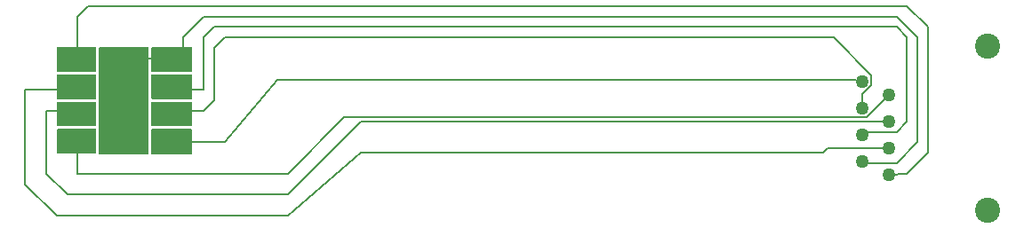
<source format=gbr>
G04 EAGLE Gerber RS-274X export*
G75*
%MOMM*%
%FSLAX34Y34*%
%LPD*%
%INTop Copper*%
%IPPOS*%
%AMOC8*
5,1,8,0,0,1.08239X$1,22.5*%
G01*
%ADD10C,1.258000*%
%ADD11C,2.400000*%
%ADD12C,0.152400*%

G36*
X177020Y248242D02*
X177020Y248242D01*
X177039Y248240D01*
X177141Y248262D01*
X177243Y248279D01*
X177260Y248288D01*
X177280Y248292D01*
X177369Y248345D01*
X177460Y248394D01*
X177474Y248408D01*
X177491Y248418D01*
X177558Y248497D01*
X177630Y248572D01*
X177638Y248590D01*
X177651Y248605D01*
X177690Y248701D01*
X177733Y248795D01*
X177735Y248815D01*
X177743Y248833D01*
X177761Y249000D01*
X177761Y350000D01*
X177758Y350020D01*
X177760Y350039D01*
X177738Y350141D01*
X177722Y350243D01*
X177712Y350260D01*
X177708Y350280D01*
X177655Y350369D01*
X177606Y350460D01*
X177592Y350474D01*
X177582Y350491D01*
X177503Y350558D01*
X177428Y350630D01*
X177410Y350638D01*
X177395Y350651D01*
X177299Y350690D01*
X177205Y350733D01*
X177185Y350735D01*
X177167Y350743D01*
X177000Y350761D01*
X131000Y350761D01*
X130980Y350758D01*
X130961Y350760D01*
X130859Y350738D01*
X130757Y350722D01*
X130740Y350712D01*
X130720Y350708D01*
X130631Y350655D01*
X130540Y350606D01*
X130526Y350592D01*
X130509Y350582D01*
X130442Y350503D01*
X130371Y350428D01*
X130362Y350410D01*
X130349Y350395D01*
X130310Y350299D01*
X130267Y350205D01*
X130265Y350185D01*
X130257Y350167D01*
X130239Y350000D01*
X130239Y249000D01*
X130242Y248980D01*
X130240Y248961D01*
X130262Y248859D01*
X130279Y248757D01*
X130288Y248740D01*
X130292Y248720D01*
X130345Y248631D01*
X130394Y248540D01*
X130408Y248526D01*
X130418Y248509D01*
X130497Y248442D01*
X130572Y248371D01*
X130590Y248362D01*
X130605Y248349D01*
X130701Y248310D01*
X130795Y248267D01*
X130815Y248265D01*
X130833Y248257D01*
X131000Y248239D01*
X177000Y248239D01*
X177020Y248242D01*
G37*
G36*
X218020Y248242D02*
X218020Y248242D01*
X218039Y248240D01*
X218141Y248262D01*
X218243Y248279D01*
X218260Y248288D01*
X218280Y248292D01*
X218369Y248345D01*
X218460Y248394D01*
X218474Y248408D01*
X218491Y248418D01*
X218558Y248497D01*
X218630Y248572D01*
X218638Y248590D01*
X218651Y248605D01*
X218690Y248701D01*
X218733Y248795D01*
X218735Y248815D01*
X218743Y248833D01*
X218761Y249000D01*
X218761Y272000D01*
X218758Y272020D01*
X218760Y272039D01*
X218738Y272141D01*
X218722Y272243D01*
X218712Y272260D01*
X218708Y272280D01*
X218655Y272369D01*
X218606Y272460D01*
X218592Y272474D01*
X218582Y272491D01*
X218503Y272558D01*
X218428Y272630D01*
X218410Y272638D01*
X218395Y272651D01*
X218299Y272690D01*
X218205Y272733D01*
X218185Y272735D01*
X218167Y272743D01*
X218000Y272761D01*
X181000Y272761D01*
X180980Y272758D01*
X180961Y272760D01*
X180859Y272738D01*
X180757Y272722D01*
X180740Y272712D01*
X180720Y272708D01*
X180631Y272655D01*
X180540Y272606D01*
X180526Y272592D01*
X180509Y272582D01*
X180442Y272503D01*
X180371Y272428D01*
X180362Y272410D01*
X180349Y272395D01*
X180310Y272299D01*
X180267Y272205D01*
X180265Y272185D01*
X180257Y272167D01*
X180239Y272000D01*
X180239Y249000D01*
X180242Y248980D01*
X180240Y248961D01*
X180262Y248859D01*
X180279Y248757D01*
X180288Y248740D01*
X180292Y248720D01*
X180345Y248631D01*
X180394Y248540D01*
X180408Y248526D01*
X180418Y248509D01*
X180497Y248442D01*
X180572Y248371D01*
X180590Y248362D01*
X180605Y248349D01*
X180701Y248310D01*
X180795Y248267D01*
X180815Y248265D01*
X180833Y248257D01*
X181000Y248239D01*
X218000Y248239D01*
X218020Y248242D01*
G37*
G36*
X218020Y327242D02*
X218020Y327242D01*
X218039Y327240D01*
X218141Y327262D01*
X218243Y327279D01*
X218260Y327288D01*
X218280Y327292D01*
X218369Y327345D01*
X218460Y327394D01*
X218474Y327408D01*
X218491Y327418D01*
X218558Y327497D01*
X218630Y327572D01*
X218638Y327590D01*
X218651Y327605D01*
X218690Y327701D01*
X218733Y327795D01*
X218735Y327815D01*
X218743Y327833D01*
X218761Y328000D01*
X218761Y350000D01*
X218758Y350020D01*
X218760Y350039D01*
X218738Y350141D01*
X218722Y350243D01*
X218712Y350260D01*
X218708Y350280D01*
X218655Y350369D01*
X218606Y350460D01*
X218592Y350474D01*
X218582Y350491D01*
X218503Y350558D01*
X218428Y350630D01*
X218410Y350638D01*
X218395Y350651D01*
X218299Y350690D01*
X218205Y350733D01*
X218185Y350735D01*
X218167Y350743D01*
X218000Y350761D01*
X181000Y350761D01*
X180980Y350758D01*
X180961Y350760D01*
X180859Y350738D01*
X180757Y350722D01*
X180740Y350712D01*
X180720Y350708D01*
X180631Y350655D01*
X180540Y350606D01*
X180526Y350592D01*
X180509Y350582D01*
X180442Y350503D01*
X180371Y350428D01*
X180362Y350410D01*
X180349Y350395D01*
X180310Y350299D01*
X180267Y350205D01*
X180265Y350185D01*
X180257Y350167D01*
X180239Y350000D01*
X180239Y328000D01*
X180242Y327980D01*
X180240Y327961D01*
X180262Y327859D01*
X180279Y327757D01*
X180288Y327740D01*
X180292Y327720D01*
X180345Y327631D01*
X180394Y327540D01*
X180408Y327526D01*
X180418Y327509D01*
X180497Y327442D01*
X180572Y327371D01*
X180590Y327362D01*
X180605Y327349D01*
X180701Y327310D01*
X180795Y327267D01*
X180815Y327265D01*
X180833Y327257D01*
X181000Y327239D01*
X218000Y327239D01*
X218020Y327242D01*
G37*
G36*
X218020Y301242D02*
X218020Y301242D01*
X218039Y301240D01*
X218141Y301262D01*
X218243Y301279D01*
X218260Y301288D01*
X218280Y301292D01*
X218369Y301345D01*
X218460Y301394D01*
X218474Y301408D01*
X218491Y301418D01*
X218558Y301497D01*
X218630Y301572D01*
X218638Y301590D01*
X218651Y301605D01*
X218690Y301701D01*
X218733Y301795D01*
X218735Y301815D01*
X218743Y301833D01*
X218761Y302000D01*
X218761Y324000D01*
X218758Y324020D01*
X218760Y324039D01*
X218738Y324141D01*
X218722Y324243D01*
X218712Y324260D01*
X218708Y324280D01*
X218655Y324369D01*
X218606Y324460D01*
X218592Y324474D01*
X218582Y324491D01*
X218503Y324558D01*
X218428Y324630D01*
X218410Y324638D01*
X218395Y324651D01*
X218299Y324690D01*
X218205Y324733D01*
X218185Y324735D01*
X218167Y324743D01*
X218000Y324761D01*
X181000Y324761D01*
X180980Y324758D01*
X180961Y324760D01*
X180859Y324738D01*
X180757Y324722D01*
X180740Y324712D01*
X180720Y324708D01*
X180631Y324655D01*
X180540Y324606D01*
X180526Y324592D01*
X180509Y324582D01*
X180442Y324503D01*
X180371Y324428D01*
X180362Y324410D01*
X180349Y324395D01*
X180310Y324299D01*
X180267Y324205D01*
X180265Y324185D01*
X180257Y324167D01*
X180239Y324000D01*
X180239Y302000D01*
X180242Y301980D01*
X180240Y301961D01*
X180262Y301859D01*
X180279Y301757D01*
X180288Y301740D01*
X180292Y301720D01*
X180345Y301631D01*
X180394Y301540D01*
X180408Y301526D01*
X180418Y301509D01*
X180497Y301442D01*
X180572Y301371D01*
X180590Y301362D01*
X180605Y301349D01*
X180701Y301310D01*
X180795Y301267D01*
X180815Y301265D01*
X180833Y301257D01*
X181000Y301239D01*
X218000Y301239D01*
X218020Y301242D01*
G37*
G36*
X218020Y275242D02*
X218020Y275242D01*
X218039Y275240D01*
X218141Y275262D01*
X218243Y275279D01*
X218260Y275288D01*
X218280Y275292D01*
X218369Y275345D01*
X218460Y275394D01*
X218474Y275408D01*
X218491Y275418D01*
X218558Y275497D01*
X218630Y275572D01*
X218638Y275590D01*
X218651Y275605D01*
X218690Y275701D01*
X218733Y275795D01*
X218735Y275815D01*
X218743Y275833D01*
X218761Y276000D01*
X218761Y298000D01*
X218758Y298020D01*
X218760Y298039D01*
X218738Y298141D01*
X218722Y298243D01*
X218712Y298260D01*
X218708Y298280D01*
X218655Y298369D01*
X218606Y298460D01*
X218592Y298474D01*
X218582Y298491D01*
X218503Y298558D01*
X218428Y298630D01*
X218410Y298638D01*
X218395Y298651D01*
X218299Y298690D01*
X218205Y298733D01*
X218185Y298735D01*
X218167Y298743D01*
X218000Y298761D01*
X181000Y298761D01*
X180980Y298758D01*
X180961Y298760D01*
X180859Y298738D01*
X180757Y298722D01*
X180740Y298712D01*
X180720Y298708D01*
X180631Y298655D01*
X180540Y298606D01*
X180526Y298592D01*
X180509Y298582D01*
X180442Y298503D01*
X180371Y298428D01*
X180362Y298410D01*
X180349Y298395D01*
X180310Y298299D01*
X180267Y298205D01*
X180265Y298185D01*
X180257Y298167D01*
X180239Y298000D01*
X180239Y276000D01*
X180242Y275980D01*
X180240Y275961D01*
X180262Y275859D01*
X180279Y275757D01*
X180288Y275740D01*
X180292Y275720D01*
X180345Y275631D01*
X180394Y275540D01*
X180408Y275526D01*
X180418Y275509D01*
X180497Y275442D01*
X180572Y275371D01*
X180590Y275362D01*
X180605Y275349D01*
X180701Y275310D01*
X180795Y275267D01*
X180815Y275265D01*
X180833Y275257D01*
X181000Y275239D01*
X218000Y275239D01*
X218020Y275242D01*
G37*
G36*
X127020Y327242D02*
X127020Y327242D01*
X127039Y327240D01*
X127141Y327262D01*
X127243Y327279D01*
X127260Y327288D01*
X127280Y327292D01*
X127369Y327345D01*
X127460Y327394D01*
X127474Y327408D01*
X127491Y327418D01*
X127558Y327497D01*
X127630Y327572D01*
X127638Y327590D01*
X127651Y327605D01*
X127690Y327701D01*
X127733Y327795D01*
X127735Y327815D01*
X127743Y327833D01*
X127761Y328000D01*
X127761Y350000D01*
X127758Y350020D01*
X127760Y350039D01*
X127738Y350141D01*
X127722Y350243D01*
X127712Y350260D01*
X127708Y350280D01*
X127655Y350369D01*
X127606Y350460D01*
X127592Y350474D01*
X127582Y350491D01*
X127503Y350558D01*
X127428Y350630D01*
X127410Y350638D01*
X127395Y350651D01*
X127299Y350690D01*
X127205Y350733D01*
X127185Y350735D01*
X127167Y350743D01*
X127000Y350761D01*
X91000Y350761D01*
X90980Y350758D01*
X90961Y350760D01*
X90859Y350738D01*
X90757Y350722D01*
X90740Y350712D01*
X90720Y350708D01*
X90631Y350655D01*
X90540Y350606D01*
X90526Y350592D01*
X90509Y350582D01*
X90442Y350503D01*
X90371Y350428D01*
X90362Y350410D01*
X90349Y350395D01*
X90310Y350299D01*
X90267Y350205D01*
X90265Y350185D01*
X90257Y350167D01*
X90239Y350000D01*
X90239Y328000D01*
X90242Y327980D01*
X90240Y327961D01*
X90262Y327859D01*
X90279Y327757D01*
X90288Y327740D01*
X90292Y327720D01*
X90345Y327631D01*
X90394Y327540D01*
X90408Y327526D01*
X90418Y327509D01*
X90497Y327442D01*
X90572Y327371D01*
X90590Y327362D01*
X90605Y327349D01*
X90701Y327310D01*
X90795Y327267D01*
X90815Y327265D01*
X90833Y327257D01*
X91000Y327239D01*
X127000Y327239D01*
X127020Y327242D01*
G37*
G36*
X127020Y301242D02*
X127020Y301242D01*
X127039Y301240D01*
X127141Y301262D01*
X127243Y301279D01*
X127260Y301288D01*
X127280Y301292D01*
X127369Y301345D01*
X127460Y301394D01*
X127474Y301408D01*
X127491Y301418D01*
X127558Y301497D01*
X127630Y301572D01*
X127638Y301590D01*
X127651Y301605D01*
X127690Y301701D01*
X127733Y301795D01*
X127735Y301815D01*
X127743Y301833D01*
X127761Y302000D01*
X127761Y324000D01*
X127758Y324020D01*
X127760Y324039D01*
X127738Y324141D01*
X127722Y324243D01*
X127712Y324260D01*
X127708Y324280D01*
X127655Y324369D01*
X127606Y324460D01*
X127592Y324474D01*
X127582Y324491D01*
X127503Y324558D01*
X127428Y324630D01*
X127410Y324638D01*
X127395Y324651D01*
X127299Y324690D01*
X127205Y324733D01*
X127185Y324735D01*
X127167Y324743D01*
X127000Y324761D01*
X91000Y324761D01*
X90980Y324758D01*
X90961Y324760D01*
X90859Y324738D01*
X90757Y324722D01*
X90740Y324712D01*
X90720Y324708D01*
X90631Y324655D01*
X90540Y324606D01*
X90526Y324592D01*
X90509Y324582D01*
X90442Y324503D01*
X90371Y324428D01*
X90362Y324410D01*
X90349Y324395D01*
X90310Y324299D01*
X90267Y324205D01*
X90265Y324185D01*
X90257Y324167D01*
X90239Y324000D01*
X90239Y302000D01*
X90242Y301980D01*
X90240Y301961D01*
X90262Y301859D01*
X90279Y301757D01*
X90288Y301740D01*
X90292Y301720D01*
X90345Y301631D01*
X90394Y301540D01*
X90408Y301526D01*
X90418Y301509D01*
X90497Y301442D01*
X90572Y301371D01*
X90590Y301362D01*
X90605Y301349D01*
X90701Y301310D01*
X90795Y301267D01*
X90815Y301265D01*
X90833Y301257D01*
X91000Y301239D01*
X127000Y301239D01*
X127020Y301242D01*
G37*
G36*
X127020Y275242D02*
X127020Y275242D01*
X127039Y275240D01*
X127141Y275262D01*
X127243Y275279D01*
X127260Y275288D01*
X127280Y275292D01*
X127369Y275345D01*
X127460Y275394D01*
X127474Y275408D01*
X127491Y275418D01*
X127558Y275497D01*
X127630Y275572D01*
X127638Y275590D01*
X127651Y275605D01*
X127690Y275701D01*
X127733Y275795D01*
X127735Y275815D01*
X127743Y275833D01*
X127761Y276000D01*
X127761Y298000D01*
X127758Y298020D01*
X127760Y298039D01*
X127738Y298141D01*
X127722Y298243D01*
X127712Y298260D01*
X127708Y298280D01*
X127655Y298369D01*
X127606Y298460D01*
X127592Y298474D01*
X127582Y298491D01*
X127503Y298558D01*
X127428Y298630D01*
X127410Y298638D01*
X127395Y298651D01*
X127299Y298690D01*
X127205Y298733D01*
X127185Y298735D01*
X127167Y298743D01*
X127000Y298761D01*
X91000Y298761D01*
X90980Y298758D01*
X90961Y298760D01*
X90859Y298738D01*
X90757Y298722D01*
X90740Y298712D01*
X90720Y298708D01*
X90631Y298655D01*
X90540Y298606D01*
X90526Y298592D01*
X90509Y298582D01*
X90442Y298503D01*
X90371Y298428D01*
X90362Y298410D01*
X90349Y298395D01*
X90310Y298299D01*
X90267Y298205D01*
X90265Y298185D01*
X90257Y298167D01*
X90239Y298000D01*
X90239Y276000D01*
X90242Y275980D01*
X90240Y275961D01*
X90262Y275859D01*
X90279Y275757D01*
X90288Y275740D01*
X90292Y275720D01*
X90345Y275631D01*
X90394Y275540D01*
X90408Y275526D01*
X90418Y275509D01*
X90497Y275442D01*
X90572Y275371D01*
X90590Y275362D01*
X90605Y275349D01*
X90701Y275310D01*
X90795Y275267D01*
X90815Y275265D01*
X90833Y275257D01*
X91000Y275239D01*
X127000Y275239D01*
X127020Y275242D01*
G37*
G36*
X127020Y249242D02*
X127020Y249242D01*
X127039Y249240D01*
X127141Y249262D01*
X127243Y249279D01*
X127260Y249288D01*
X127280Y249292D01*
X127369Y249345D01*
X127460Y249394D01*
X127474Y249408D01*
X127491Y249418D01*
X127558Y249497D01*
X127630Y249572D01*
X127638Y249590D01*
X127651Y249605D01*
X127690Y249701D01*
X127733Y249795D01*
X127735Y249815D01*
X127743Y249833D01*
X127761Y250000D01*
X127761Y272000D01*
X127758Y272020D01*
X127760Y272039D01*
X127738Y272141D01*
X127722Y272243D01*
X127712Y272260D01*
X127708Y272280D01*
X127655Y272369D01*
X127606Y272460D01*
X127592Y272474D01*
X127582Y272491D01*
X127503Y272558D01*
X127428Y272630D01*
X127410Y272638D01*
X127395Y272651D01*
X127299Y272690D01*
X127205Y272733D01*
X127185Y272735D01*
X127167Y272743D01*
X127000Y272761D01*
X91000Y272761D01*
X90980Y272758D01*
X90961Y272760D01*
X90859Y272738D01*
X90757Y272722D01*
X90740Y272712D01*
X90720Y272708D01*
X90631Y272655D01*
X90540Y272606D01*
X90526Y272592D01*
X90509Y272582D01*
X90442Y272503D01*
X90371Y272428D01*
X90362Y272410D01*
X90349Y272395D01*
X90310Y272299D01*
X90267Y272205D01*
X90265Y272185D01*
X90257Y272167D01*
X90239Y272000D01*
X90239Y250000D01*
X90242Y249980D01*
X90240Y249961D01*
X90262Y249859D01*
X90279Y249757D01*
X90288Y249740D01*
X90292Y249720D01*
X90345Y249631D01*
X90394Y249540D01*
X90408Y249526D01*
X90418Y249509D01*
X90497Y249442D01*
X90572Y249371D01*
X90590Y249362D01*
X90605Y249349D01*
X90701Y249310D01*
X90795Y249267D01*
X90815Y249265D01*
X90833Y249257D01*
X91000Y249239D01*
X127000Y249239D01*
X127020Y249242D01*
G37*
D10*
X882700Y228950D03*
X857300Y241650D03*
X882700Y254350D03*
X857300Y267050D03*
X882700Y279750D03*
X857300Y292450D03*
X882700Y305150D03*
X857300Y317850D03*
D11*
X976700Y195400D03*
X976700Y351400D03*
D12*
X900000Y230000D02*
X882700Y228950D01*
X900000Y230000D02*
X920000Y250000D01*
X920000Y370000D01*
X900000Y390000D01*
X120000Y390000D01*
X110000Y380000D01*
X110000Y330000D01*
X380000Y250000D02*
X820000Y250000D01*
X380000Y250000D02*
X310000Y190000D01*
X90000Y190000D01*
X60000Y220000D01*
X60000Y310000D01*
X110000Y310000D01*
X820000Y250000D02*
X824350Y254350D01*
X882700Y254350D01*
X882700Y279750D02*
X858372Y279750D01*
X858122Y280000D01*
X380000Y280000D02*
X310000Y210000D01*
X100000Y210000D01*
X80000Y230000D01*
X80000Y290000D01*
X110000Y290000D01*
X380000Y280000D02*
X858122Y280000D01*
X842700Y283874D02*
X840000Y283874D01*
X363874Y283874D01*
X310000Y230000D02*
X110000Y230000D01*
X110000Y260000D01*
X310000Y230000D02*
X363874Y283874D01*
X842700Y283874D02*
X861424Y283874D01*
X882700Y305150D01*
X857300Y241650D02*
X860000Y240000D01*
X890000Y240000D01*
X910000Y260000D01*
X910000Y360000D01*
X890000Y380000D01*
X230000Y380000D01*
X210000Y360000D01*
X210000Y340000D01*
X160000Y340000D01*
X860250Y270000D02*
X890000Y270000D01*
X900000Y280000D01*
X900000Y360000D01*
X860250Y270000D02*
X857300Y267050D01*
X900000Y360000D02*
X890000Y370000D01*
X240000Y370000D01*
X230000Y360000D01*
X230000Y310000D01*
X200000Y310000D01*
X250000Y360000D02*
X830000Y360000D01*
X250000Y360000D02*
X240000Y350000D01*
X240000Y300000D01*
X230000Y290000D01*
X200000Y290000D01*
X857300Y292450D02*
X857300Y305722D01*
X865876Y314298D01*
X865876Y324124D01*
X830000Y360000D01*
X850000Y320000D02*
X857300Y317850D01*
X850000Y320000D02*
X300000Y320000D01*
X250000Y260000D01*
X200000Y260000D01*
M02*

</source>
